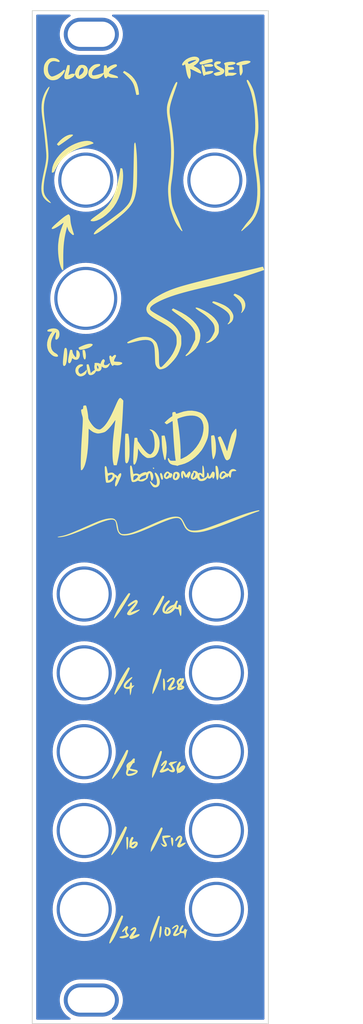
<source format=kicad_pcb>
(kicad_pcb (version 20240108) (generator "pcbnew") (generator_version "8.0")
  (title_block (title "MiniDiv") (rev "v0.2") (company "benjiaomodular"))
  (layers (0 "F.Cu" signal) (31 "B.Cu" signal) (34 "B.Paste" user) (35 "F.Paste" user) (36 "B.SilkS" user "B.Silkscreen") (37 "F.SilkS" user "F.Silkscreen") (38 "B.Mask" user) (39 "F.Mask" user) (44 "Edge.Cuts" user))
  (net 0 "")
  (net 1 "GND")
  (footprint "benjiaomodular:PanelHole_AudioJack_3.5mm" (layer "F.Cu") (at 71.9 144 90)
    (property "Reference" "REF**")
    (property "Value" "PanelHole_AudioJack_3.5mm")
    (pad "" np_thru_hole circle (at 0 6.5 270) (size 7 7) (drill 6.2) (layers "*.Cu" "*.Mask"))
  )
  (footprint "benjiaomodular:PanelHole_AudioJack_3.5mm" (layer "F.Cu") (at 71.9 124 90)
    (property "Reference" "REF**")
    (property "Value" "PanelHole_AudioJack_3.5mm")
    (pad "" np_thru_hole circle (at 0 6.5 270) (size 7 7) (drill 6.2) (layers "*.Cu" "*.Mask"))
  )
  (footprint "benjiaomodular:PanelHole_AudioJack_3.5mm" (layer "F.Cu") (at 71.9 114 90)
    (property "Reference" "REF**")
    (property "Value" "PanelHole_AudioJack_3.5mm")
    (pad "" np_thru_hole circle (at 0 6.5 270) (size 7 7) (drill 6.2) (layers "*.Cu" "*.Mask"))
  )
  (footprint "benjiaomodular:PanelHole_AudioJack_3.5mm" (layer "F.Cu") (at 68.1 154 -90)
    (property "Reference" "REF**")
    (property "Value" "PanelHole_AudioJack_3.5mm")
    (pad "" np_thru_hole circle (at 0 6.5 90) (size 7 7) (drill 6.2) (layers "*.Cu" "*.Mask"))
  )
  (footprint "benjiaomodular:PanelHole_AudioJack_3.5mm" (layer "F.Cu") (at 71.7 61.5 90)
    (property "Reference" "REF**")
    (property "Value" "PanelHole_AudioJack_3.5mm")
    (pad "" np_thru_hole circle (at 0 6.5 270) (size 7 7) (drill 6.2) (layers "*.Cu" "*.Mask"))
  )
  (footprint "LOGO" (layer "F.Cu") (at 70 104.6)
    (property "Reference" "G***" (hide yes))
    (property "Value" "LOGO" (hide yes))
  )
  (footprint "benjiaomodular:PanelHole_Potentiometer_RV09" (layer "F.Cu") (at 59.3 84 90)
    (property "Reference" "REF**" (hide yes))
    (property "Value" "PanelHole_Potentiometer_RV09" (hide yes))
    (pad "" np_thru_hole circle (at 7.5 2.5 180) (size 8 8) (drill 7.2) (layers "F&B.Cu" "*.Mask"))
  )
  (footprint "benjiaomodular:PanelHole_AudioJack_3.5mm" (layer "F.Cu") (at 71.9 134 90)
    (property "Reference" "REF**")
    (property "Value" "PanelHole_AudioJack_3.5mm")
    (pad "" np_thru_hole circle (at 0 6.5 270) (size 7 7) (drill 6.2) (layers "*.Cu" "*.Mask"))
  )
  (footprint "benjiaomodular:PanelHole_AudioJack_3.5mm" (layer "F.Cu") (at 68.1 134 -90)
    (property "Reference" "REF**")
    (property "Value" "PanelHole_AudioJack_3.5mm")
    (pad "" np_thru_hole circle (at 0 6.5 90) (size 7 7) (drill 6.2) (layers "*.Cu" "*.Mask"))
  )
  (footprint "benjiaomodular:PanelHole_AudioJack_3.5mm" (layer "F.Cu") (at 71.9 154 90)
    (property "Reference" "REF**")
    (property "Value" "PanelHole_AudioJack_3.5mm")
    (pad "" np_thru_hole circle (at 0 6.5 270) (size 7 7) (drill 6.2) (layers "F&B.Cu" "*.Mask"))
  )
  (footprint "benjiaomodular:PanelHole_AudioJack_3.5mm" (layer "F.Cu") (at 68.3 61.5 -90)
    (property "Reference" "REF**")
    (property "Value" "PanelHole_AudioJack_3.5mm")
    (pad "" np_thru_hole circle (at 0 6.5 90) (size 7 7) (drill 6.2) (layers "*.Cu" "*.Mask"))
  )
  (footprint "benjiaomodular:Panel_6HP" (layer "F.Cu") (at 55 40)
    (property "Reference" "REF**")
    (property "Value" "Panel_6HP")
    (pad "" thru_hole oval (at 7.5 3) (size 7 4.2) (drill oval 6 3.2) (layers "*.Cu" "*.Mask"))
    (pad "" thru_hole oval (at 7.5 125.5) (size 7 4.2) (drill oval 6 3.2) (layers "*.Cu" "*.Mask"))
  )
  (footprint "benjiaomodular:PanelHole_AudioJack_3.5mm" (layer "F.Cu") (at 68.1 144 -90)
    (property "Reference" "REF**")
    (property "Value" "PanelHole_AudioJack_3.5mm")
    (pad "" np_thru_hole circle (at 0 6.5 90) (size 7 7) (drill 6.2) (layers "*.Cu" "*.Mask"))
  )
  (footprint "benjiaomodular:PanelHole_AudioJack_3.5mm" (layer "F.Cu") (at 68.1 124 -90)
    (property "Reference" "REF**")
    (property "Value" "PanelHole_AudioJack_3.5mm")
    (pad "" np_thru_hole circle (at 0 6.5 90) (size 7 7) (drill 6.2) (layers "*.Cu" "*.Mask"))
  )
  (footprint "benjiaomodular:PanelHole_AudioJack_3.5mm" (layer "F.Cu") (at 68.1 114 -90)
    (property "Reference" "REF**")
    (property "Value" "PanelHole_AudioJack_3.5mm")
    (pad "" np_thru_hole circle (at 0 6.5 90) (size 7 7) (drill 6.2) (layers "*.Cu" "*.Mask"))
  )
  (gr_rect (start 55 40) (end 85 168.5) (stroke (width 0.1)) (fill none) (layer "Edge.Cuts"))
  (zone (net 1) (net_name "GND") (layer "F.Cu") (priority 2) (connect_pads (clearance 0.508)) (min_thickness 0.25) (fill yes (thermal_gap 0.5) (thermal_bridge_width 0.5))
    (polygon (pts (xy 55.5 40.5) (xy 84.5 40.5) (xy 84.5 168) (xy 55.5 168)))
  )
  (zone (net 1) (net_name "GND") (layer "B.Cu") (priority 3) (connect_pads (clearance 0.508)) (min_thickness 0.25) (fill yes (thermal_gap 0.5) (thermal_bridge_width 0.5))
    (polygon (pts (xy 55.5 168) (xy 55.5 40.5) (xy 84.5 40.5) (xy 84.5 168)))
  )
)
</source>
